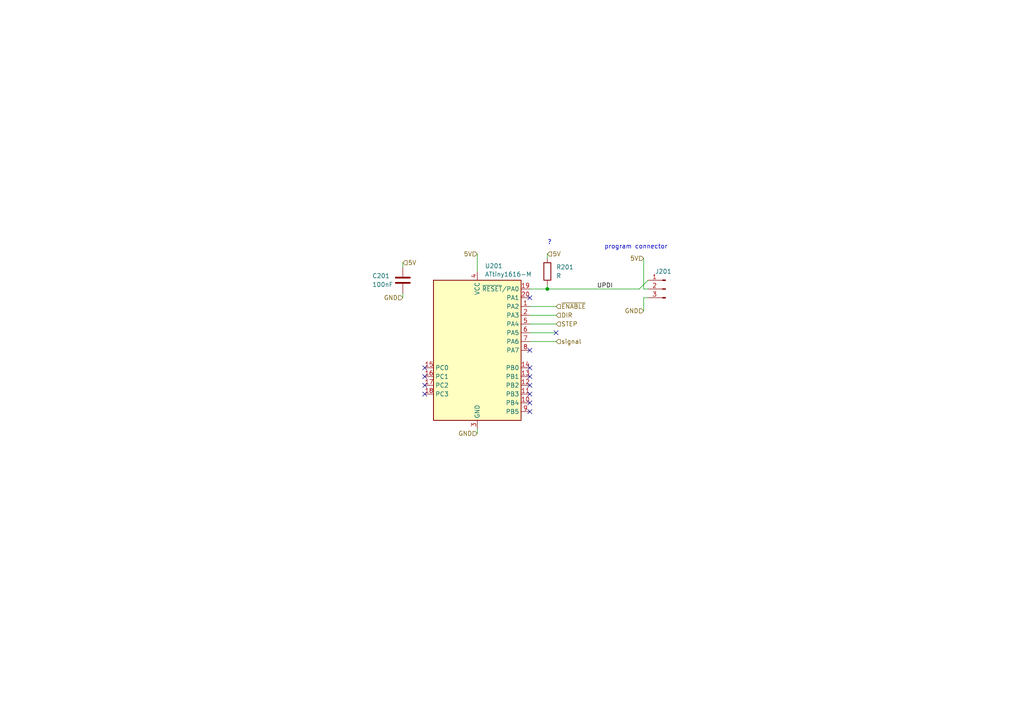
<source format=kicad_sch>
(kicad_sch (version 20230121) (generator eeschema)
  (paper "A4")
  (lib_symbols
    (symbol "Connector:Conn_01x03_Pin" (pin_names (offset 1.016) hide)
      (property "Reference" "J" (at 0 5.08 0))
      (property "Value" "Conn_01x03_Pin" (at 0 -5.08 0))
      (symbol "Conn_01x03_Pin_1_1"
        (polyline (pts (xy 1.27 -2.54) (xy 0.8636 -2.54)) (stroke (width 0.1524)))
        (polyline (pts (xy 1.27 0) (xy 0.8636 0)) (stroke (width 0.1524)))
        (polyline (pts (xy 1.27 2.54) (xy 0.8636 2.54)) (stroke (width 0.1524)))
        (rectangle (start 0.8636 -2.413) (end 0 -2.667) (stroke (width 0.1524)) (fill (type outline)))
        (rectangle (start 0.8636 0.127) (end 0 -0.127) (stroke (width 0.1524)) (fill (type outline)))
        (rectangle (start 0.8636 2.667) (end 0 2.413) (stroke (width 0.1524)) (fill (type outline)))
        (pin passive line (at 5.08 2.54 180) (length 3.81) (name "Pin_1") (number "1"))
        (pin passive line (at 5.08 0 180) (length 3.81) (name "Pin_2") (number "2"))
        (pin passive line (at 5.08 -2.54 180) (length 3.81) (name "Pin_3") (number "3"))
      )
    )
    (symbol "Device:C" (pin_numbers hide) (pin_names (offset 0.254))
      (property "Reference" "C" (at 0.635 2.54 0))
      (property "Value" "C" (at 0.635 -2.54 0))
      (symbol "C_0_1"
        (polyline (pts (xy -2.032 -0.762) (xy 2.032 -0.762)) (stroke (width 0.508)))
        (polyline (pts (xy -2.032 0.762) (xy 2.032 0.762)) (stroke (width 0.508)))
      )
      (symbol "C_1_1"
        (pin passive line (at 0 3.81 270) (length 2.794) (name "~") (number "1"))
        (pin passive line (at 0 -3.81 90) (length 2.794) (name "~") (number "2"))
      )
    )
    (symbol "Device:R" (pin_numbers hide) (pin_names (offset 0))
      (property "Reference" "R" (at 2.032 0 90))
      (property "Value" "R" (at 0 0 90))
      (symbol "R_0_1"
        (rectangle (start -1.016 -2.54) (end 1.016 2.54) (stroke (width 0.254)))
      )
      (symbol "R_1_1"
        (pin passive line (at 0 3.81 270) (length 1.27) (name "~") (number "1"))
        (pin passive line (at 0 -3.81 90) (length 1.27) (name "~") (number "2"))
      )
    )
    (symbol "custom_kicad_lib_sk:ATtiny1616-M"
      (property "Reference" "U" (at -12.7 21.59 0))
      (property "Value" "ATtiny1616-M" (at 2.54 -21.59 0))
      (symbol "ATtiny1616-M_0_1"
        (rectangle (start -12.7 -20.32) (end 12.7 20.32) (stroke (width 0.254)) (fill (type background)))
      )
      (symbol "ATtiny1616-M_1_1"
        (pin bidirectional line (at 15.24 12.7 180) (length 2.54) (name "PA2") (number "1"))
        (pin bidirectional line (at 15.24 -15.24 180) (length 2.54) (name "PB4") (number "10"))
        (pin bidirectional line (at 15.24 -12.7 180) (length 2.54) (name "PB3") (number "11"))
        (pin bidirectional line (at 15.24 -10.16 180) (length 2.54) (name "PB2") (number "12"))
        (pin bidirectional line (at 15.24 -7.62 180) (length 2.54) (name "PB1") (number "13"))
        (pin bidirectional line (at 15.24 -5.08 180) (length 2.54) (name "PB0") (number "14"))
        (pin bidirectional line (at -15.24 -5.08 0) (length 2.54) (name "PC0") (number "15"))
        (pin bidirectional line (at -15.24 -7.62 0) (length 2.54) (name "PC1") (number "16"))
        (pin bidirectional line (at -15.24 -10.16 0) (length 2.54) (name "PC2") (number "17"))
        (pin bidirectional line (at -15.24 -12.7 0) (length 2.54) (name "PC3") (number "18"))
        (pin bidirectional line (at 15.24 17.78 180) (length 2.54) (name "~{RESET}/PA0") (number "19"))
        (pin bidirectional line (at 15.24 10.16 180) (length 2.54) (name "PA3") (number "2"))
        (pin bidirectional line (at 15.24 15.24 180) (length 2.54) (name "PA1") (number "20"))
        (pin passive line (at 0 -22.86 90) (length 2.54) hide (name "GND") (number "21"))
        (pin power_in line (at 0 -22.86 90) (length 2.54) (name "GND") (number "3"))
        (pin power_in line (at 0 22.86 270) (length 2.54) (name "VCC") (number "4"))
        (pin bidirectional line (at 15.24 7.62 180) (length 2.54) (name "PA4") (number "5"))
        (pin bidirectional line (at 15.24 5.08 180) (length 2.54) (name "PA5") (number "6"))
        (pin bidirectional line (at 15.24 2.54 180) (length 2.54) (name "PA6") (number "7"))
        (pin bidirectional line (at 15.24 0 180) (length 2.54) (name "PA7") (number "8"))
        (pin bidirectional line (at 15.24 -17.78 180) (length 2.54) (name "PB5") (number "9"))
      )
    )
  )
  (junction (at 158.75 83.82))
  (no_connect (at 161.29 96.52))
  (no_connect (at 153.67 111.76))
  (no_connect (at 153.67 101.6))
  (no_connect (at 123.19 111.76))
  (no_connect (at 123.19 109.22))
  (no_connect (at 153.67 106.68))
  (no_connect (at 123.19 106.68))
  (no_connect (at 153.67 114.3))
  (no_connect (at 153.67 116.84))
  (no_connect (at 153.67 86.36))
  (no_connect (at 153.67 119.38))
  (no_connect (at 153.67 109.22))
  (no_connect (at 123.19 114.3))
  (wire (pts (xy 158.75 83.82) (xy 158.75 82.55)))
  (wire (pts (xy 116.84 85.09) (xy 116.84 86.36)))
  (wire (pts (xy 153.67 99.06) (xy 161.29 99.06)))
  (wire (pts (xy 186.69 90.17) (xy 186.69 86.36)))
  (wire (pts (xy 153.67 96.52) (xy 161.29 96.52)))
  (wire (pts (xy 138.43 124.46) (xy 138.43 125.73)))
  (wire (pts (xy 158.75 83.82) (xy 185.42 83.82)))
  (wire (pts (xy 158.75 73.66) (xy 158.75 74.93)))
  (wire (pts (xy 153.67 93.98) (xy 161.29 93.98)))
  (wire (pts (xy 186.69 83.82) (xy 187.96 83.82)))
  (wire (pts (xy 153.67 91.44) (xy 161.29 91.44)))
  (wire (pts (xy 138.43 73.66) (xy 138.43 78.74)))
  (wire (pts (xy 153.67 88.9) (xy 161.29 88.9)))
  (wire (pts (xy 186.69 86.36) (xy 187.96 86.36)))
  (wire (pts (xy 116.84 76.2) (xy 116.84 77.47)))
  (wire (pts (xy 186.69 74.93) (xy 186.69 83.82)))
  (wire (pts (xy 153.67 83.82) (xy 158.75 83.82)))
  (wire (pts (xy 185.42 83.82) (xy 187.96 81.28)))
  (text "?" (at 158.75 71.12 0) (effects (font (size 1.27 1.27)) (justify left bottom)))
  (text "program connector" (at 175.26 72.39 0) (effects (font (size 1.27 1.27)) (justify left bottom)))
  (label "UPDI" (at 177.8 83.82 180))
  (hierarchical_label "GND" (shape input) (at 116.84 86.36 180))
  (hierarchical_label "GND" (shape input) (at 138.43 125.73 180))
  (hierarchical_label "STEP" (shape input) (at 161.29 93.98 0))
  (hierarchical_label "5V" (shape input) (at 186.69 74.93 180))
  (hierarchical_label "signal" (shape input) (at 161.29 99.06 0))
  (hierarchical_label "GND" (shape input) (at 186.69 90.17 180))
  (hierarchical_label "5V" (shape input) (at 116.84 76.2 0))
  (hierarchical_label "DIR" (shape input) (at 161.29 91.44 0))
  (hierarchical_label "~{ENABLE}" (shape input) (at 161.29 88.9 0))
  (hierarchical_label "5V" (shape input) (at 138.43 73.66 180))
  (hierarchical_label "5V" (shape input) (at 158.75 73.66 0))
  (symbol (lib_id "Device:C") (at 116.84 81.28 180) (unit 1)
    (property "Reference" "C201" (at 107.95 80.0131 0) (effects (justify right)))
    (property "Value" "100nF" (at 107.95 82.55 0) (effects (justify right)))
    (property "Footprint" "Capacitor_SMD:C_0402_1005Metric" (effects hide))
    (property "JLCPCB Part#" "C14663" (effects hide))
  )
  (symbol (lib_id "Device:R") (at 158.75 78.74 0) (unit 1)
    (property "Reference" "R201" (at 161.29 77.47 0) (effects (justify left)))
    (property "Value" "R" (at 161.29 80.01 0) (effects (justify left)))
    (property "Footprint" "Resistor_SMD:R_0402_1005Metric" (effects hide))
  )
  (symbol (lib_id "custom_kicad_lib_sk:ATtiny1616-M") (at 138.43 101.6 0) (unit 1)
    (property "Reference" "U201" (at 140.6241 77.1357 0) (effects (justify left)))
    (property "Value" "ATtiny1616-M" (at 140.6241 79.5599 0) (effects (justify left)))
    (property "Footprint" "custom_kicad_lib_sk:VQFN-20-1EP_3x3mm_P0.4mm_EP1.7x1.7mm" (effects hide))
    (property "Datasheet" "http://ww1.microchip.com/downloads/en/DeviceDoc/ATtiny3216_ATtiny1616-data-sheet-40001997B.pdf" (effects hide))
    (property "JLCPCB Part#" "C507118" (effects hide))
  )
  (symbol (lib_id "Connector:Conn_01x03_Pin") (at 193.04 83.82 0) (mirror y) (unit 1)
    (property "Reference" "J201" (at 192.405 78.74 0))
    (property "Value" "Conn_01x03_Pin" (effects hide))
    (property "Footprint" "Connector_PinHeader_1.27mm:PinHeader_1x03_P1.27mm_Vertical" (effects hide))
  )
)
</source>
